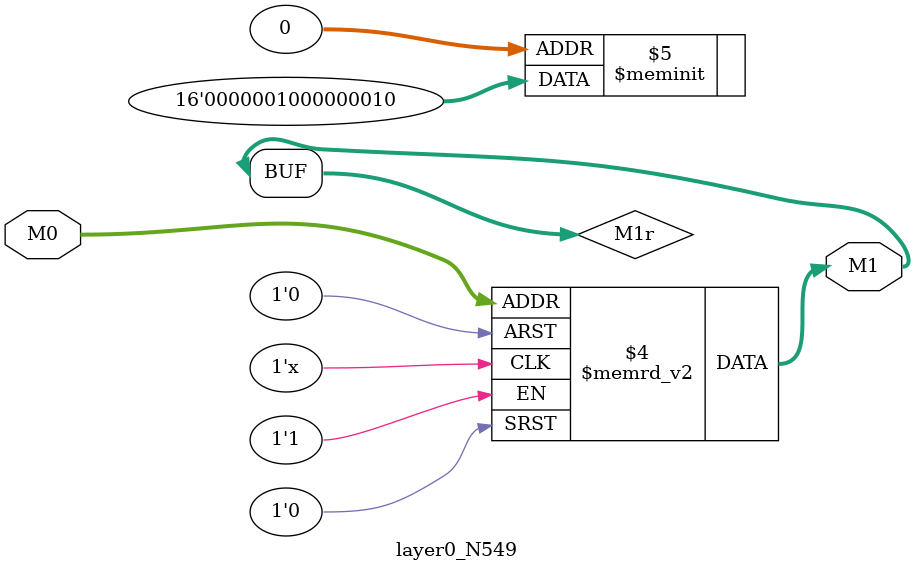
<source format=v>
module layer0_N549 ( input [2:0] M0, output [1:0] M1 );

	(*rom_style = "distributed" *) reg [1:0] M1r;
	assign M1 = M1r;
	always @ (M0) begin
		case (M0)
			3'b000: M1r = 2'b10;
			3'b100: M1r = 2'b10;
			3'b010: M1r = 2'b00;
			3'b110: M1r = 2'b00;
			3'b001: M1r = 2'b00;
			3'b101: M1r = 2'b00;
			3'b011: M1r = 2'b00;
			3'b111: M1r = 2'b00;

		endcase
	end
endmodule

</source>
